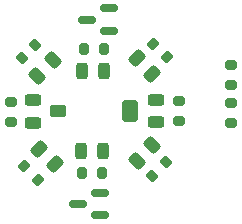
<source format=gbr>
%TF.GenerationSoftware,KiCad,Pcbnew,7.0.9*%
%TF.CreationDate,2023-12-19T02:47:06+01:00*%
%TF.ProjectId,biosensorbox,62696f73-656e-4736-9f72-626f782e6b69,rev?*%
%TF.SameCoordinates,Original*%
%TF.FileFunction,Paste,Bot*%
%TF.FilePolarity,Positive*%
%FSLAX46Y46*%
G04 Gerber Fmt 4.6, Leading zero omitted, Abs format (unit mm)*
G04 Created by KiCad (PCBNEW 7.0.9) date 2023-12-19 02:47:06*
%MOMM*%
%LPD*%
G01*
G04 APERTURE LIST*
G04 Aperture macros list*
%AMRoundRect*
0 Rectangle with rounded corners*
0 $1 Rounding radius*
0 $2 $3 $4 $5 $6 $7 $8 $9 X,Y pos of 4 corners*
0 Add a 4 corners polygon primitive as box body*
4,1,4,$2,$3,$4,$5,$6,$7,$8,$9,$2,$3,0*
0 Add four circle primitives for the rounded corners*
1,1,$1+$1,$2,$3*
1,1,$1+$1,$4,$5*
1,1,$1+$1,$6,$7*
1,1,$1+$1,$8,$9*
0 Add four rect primitives between the rounded corners*
20,1,$1+$1,$2,$3,$4,$5,0*
20,1,$1+$1,$4,$5,$6,$7,0*
20,1,$1+$1,$6,$7,$8,$9,0*
20,1,$1+$1,$8,$9,$2,$3,0*%
G04 Aperture macros list end*
%ADD10RoundRect,0.243750X-0.150260X0.494975X-0.494975X0.150260X0.150260X-0.494975X0.494975X-0.150260X0*%
%ADD11RoundRect,0.243750X0.494975X0.150260X0.150260X0.494975X-0.494975X-0.150260X-0.150260X-0.494975X0*%
%ADD12RoundRect,0.243750X0.150260X-0.494975X0.494975X-0.150260X-0.150260X0.494975X-0.494975X0.150260X0*%
%ADD13RoundRect,0.243750X0.456250X-0.243750X0.456250X0.243750X-0.456250X0.243750X-0.456250X-0.243750X0*%
%ADD14RoundRect,0.243750X0.243750X0.456250X-0.243750X0.456250X-0.243750X-0.456250X0.243750X-0.456250X0*%
%ADD15RoundRect,0.243750X-0.456250X0.243750X-0.456250X-0.243750X0.456250X-0.243750X0.456250X0.243750X0*%
%ADD16RoundRect,0.200000X0.053033X-0.335876X0.335876X-0.053033X-0.053033X0.335876X-0.335876X0.053033X0*%
%ADD17RoundRect,0.162500X-0.487500X-0.787500X0.487500X-0.787500X0.487500X0.787500X-0.487500X0.787500X0*%
%ADD18RoundRect,0.137500X-0.512500X-0.412500X0.512500X-0.412500X0.512500X0.412500X-0.512500X0.412500X0*%
%ADD19RoundRect,0.200000X-0.200000X-0.275000X0.200000X-0.275000X0.200000X0.275000X-0.200000X0.275000X0*%
%ADD20RoundRect,0.200000X-0.275000X0.200000X-0.275000X-0.200000X0.275000X-0.200000X0.275000X0.200000X0*%
%ADD21RoundRect,0.200000X-0.053033X0.335876X-0.335876X0.053033X0.053033X-0.335876X0.335876X-0.053033X0*%
%ADD22RoundRect,0.150000X0.587500X0.150000X-0.587500X0.150000X-0.587500X-0.150000X0.587500X-0.150000X0*%
%ADD23RoundRect,0.200000X0.275000X-0.200000X0.275000X0.200000X-0.275000X0.200000X-0.275000X-0.200000X0*%
%ADD24RoundRect,0.200000X-0.335876X-0.053033X-0.053033X-0.335876X0.335876X0.053033X0.053033X0.335876X0*%
G04 APERTURE END LIST*
D10*
%TO.C,D9*%
X129745713Y-71320687D03*
X128419887Y-72646513D03*
%TD*%
D11*
%TO.C,D8*%
X129899103Y-80138103D03*
X128573277Y-78812277D03*
%TD*%
D12*
%TO.C,D7*%
X136844174Y-79835826D03*
X138170000Y-78510000D03*
%TD*%
D11*
%TO.C,D6*%
X138178513Y-72445266D03*
X136852687Y-71119440D03*
%TD*%
D13*
%TO.C,D4*%
X128075600Y-76592000D03*
X128075600Y-74717000D03*
%TD*%
D14*
%TO.C,D3*%
X134000000Y-79020000D03*
X132125000Y-79020000D03*
%TD*%
D15*
%TO.C,D2*%
X138450000Y-74642500D03*
X138450000Y-76517500D03*
%TD*%
D14*
%TO.C,D1*%
X134120000Y-72220000D03*
X132245000Y-72220000D03*
%TD*%
D16*
%TO.C,R17*%
X127100000Y-71160000D03*
X128266726Y-69993274D03*
%TD*%
D17*
%TO.C,D5*%
X136298400Y-75641200D03*
D18*
X130198400Y-75641200D03*
%TD*%
D19*
%TO.C,R6*%
X132227300Y-80899200D03*
X133877300Y-80899200D03*
%TD*%
D20*
%TO.C,R18*%
X144805400Y-74943200D03*
X144805400Y-76593200D03*
%TD*%
%TO.C,R7*%
X126240000Y-74865000D03*
X126240000Y-76515000D03*
%TD*%
D21*
%TO.C,R15*%
X139296726Y-79943274D03*
X138130000Y-81110000D03*
%TD*%
D22*
%TO.C,Q2*%
X134490000Y-66920000D03*
X134490000Y-68820000D03*
X132615000Y-67870000D03*
%TD*%
D23*
%TO.C,R8*%
X144805400Y-73405000D03*
X144805400Y-71755000D03*
%TD*%
D24*
%TO.C,R16*%
X127343274Y-80313274D03*
X128510000Y-81480000D03*
%TD*%
D19*
%TO.C,R4*%
X134080000Y-70400000D03*
X132430000Y-70400000D03*
%TD*%
D24*
%TO.C,R14*%
X138253274Y-69913274D03*
X139420000Y-71080000D03*
%TD*%
D23*
%TO.C,R5*%
X140390000Y-76425000D03*
X140390000Y-74775000D03*
%TD*%
D22*
%TO.C,Q1*%
X133781800Y-82529600D03*
X133781800Y-84429600D03*
X131906800Y-83479600D03*
%TD*%
M02*

</source>
